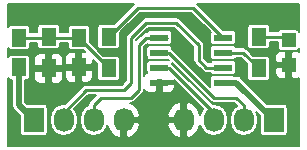
<source format=gbr>
G04 #@! TF.FileFunction,Copper,L1,Top,Signal*
%FSLAX46Y46*%
G04 Gerber Fmt 4.6, Leading zero omitted, Abs format (unit mm)*
G04 Created by KiCad (PCBNEW 4.0.0-1rc2.201511201506+6189~38~ubuntu14.04.1-stable) date wo 25 nov 2015 23:52:55 CET*
%MOMM*%
G01*
G04 APERTURE LIST*
%ADD10C,0.100000*%
%ADD11R,1.550000X0.600000*%
%ADD12R,1.198880X1.198880*%
%ADD13R,1.727200X2.032000*%
%ADD14O,1.727200X2.032000*%
%ADD15R,1.250000X1.500000*%
%ADD16R,1.300000X1.500000*%
%ADD17C,0.508000*%
%ADD18C,0.254000*%
%ADD19C,0.127000*%
G04 APERTURE END LIST*
D10*
D11*
X252255000Y-131445000D03*
X252255000Y-130175000D03*
X252255000Y-128905000D03*
X252255000Y-127635000D03*
X246855000Y-127635000D03*
X246855000Y-128905000D03*
X246855000Y-130175000D03*
X246855000Y-131445000D03*
D12*
X257810000Y-129954020D03*
X257810000Y-127855980D03*
D13*
X256540000Y-134620000D03*
D14*
X254000000Y-134620000D03*
X251460000Y-134620000D03*
X248920000Y-134620000D03*
D13*
X236220000Y-134620000D03*
D14*
X238760000Y-134620000D03*
X241300000Y-134620000D03*
X243840000Y-134620000D03*
D15*
X234950000Y-130155000D03*
X234950000Y-127655000D03*
X240030000Y-130155000D03*
X240030000Y-127655000D03*
D16*
X242570000Y-130255000D03*
X242570000Y-127555000D03*
X255270000Y-127555000D03*
X255270000Y-130255000D03*
X237490000Y-130255000D03*
X237490000Y-127555000D03*
D17*
X234950000Y-130155000D02*
X234950000Y-133350000D01*
X234950000Y-133350000D02*
X236220000Y-134620000D01*
D18*
X240030000Y-127655000D02*
X237590000Y-127655000D01*
X237590000Y-127655000D02*
X237490000Y-127555000D01*
X234950000Y-127655000D02*
X237390000Y-127655000D01*
X237390000Y-127655000D02*
X237490000Y-127555000D01*
X240030000Y-127655000D02*
X240030000Y-127715000D01*
X240030000Y-127715000D02*
X242570000Y-130255000D01*
D17*
X256540000Y-134620000D02*
X253365000Y-131445000D01*
X253365000Y-131445000D02*
X252255000Y-131445000D01*
X256540000Y-133985000D02*
X256540000Y-134620000D01*
D18*
X255270000Y-127555000D02*
X257509020Y-127555000D01*
X257509020Y-127555000D02*
X257810000Y-127855980D01*
X246855000Y-128905000D02*
X247650000Y-128905000D01*
X254000000Y-133350000D02*
X254000000Y-134620000D01*
X253365000Y-132715000D02*
X254000000Y-133350000D01*
X251460000Y-132715000D02*
X253365000Y-132715000D01*
X247650000Y-128905000D02*
X251460000Y-132715000D01*
X254000000Y-134620000D02*
X254000000Y-133985000D01*
X246855000Y-130175000D02*
X247650000Y-130175000D01*
X247650000Y-130175000D02*
X251460000Y-133985000D01*
X251460000Y-133985000D02*
X251460000Y-134620000D01*
X238760000Y-134620000D02*
X238760000Y-133985000D01*
X238760000Y-133985000D02*
X240665000Y-132080000D01*
X240665000Y-132080000D02*
X243840000Y-132080000D01*
X243840000Y-132080000D02*
X244475000Y-131445000D01*
X244475000Y-131445000D02*
X244475000Y-127635000D01*
X244475000Y-127635000D02*
X245745000Y-126365000D01*
X245745000Y-126365000D02*
X248285000Y-126365000D01*
X248285000Y-126365000D02*
X250190000Y-128270000D01*
X250190000Y-128270000D02*
X250190000Y-129540000D01*
X250190000Y-129540000D02*
X250825000Y-130175000D01*
X250825000Y-130175000D02*
X252255000Y-130175000D01*
X246855000Y-127635000D02*
X245745000Y-127635000D01*
X241300000Y-133350000D02*
X241300000Y-134620000D01*
X241935000Y-132715000D02*
X241300000Y-133350000D01*
X244475000Y-132715000D02*
X241935000Y-132715000D01*
X245110000Y-132080000D02*
X244475000Y-132715000D01*
X245110000Y-128270000D02*
X245110000Y-132080000D01*
X245745000Y-127635000D02*
X245110000Y-128270000D01*
X247490000Y-127635000D02*
X246380000Y-127635000D01*
X242570000Y-127555000D02*
X245030000Y-125095000D01*
X249715000Y-125095000D02*
X252255000Y-127635000D01*
X245030000Y-125095000D02*
X249715000Y-125095000D01*
X255270000Y-130255000D02*
X253920000Y-128905000D01*
X253920000Y-128905000D02*
X252255000Y-128905000D01*
D19*
G36*
X243015102Y-126481280D02*
X241920000Y-126481280D01*
X241802342Y-126503419D01*
X241694279Y-126572955D01*
X241621785Y-126679055D01*
X241596280Y-126805000D01*
X241596280Y-128305000D01*
X241618419Y-128422658D01*
X241687955Y-128530721D01*
X241794055Y-128603215D01*
X241920000Y-128628720D01*
X243220000Y-128628720D01*
X243337658Y-128606581D01*
X243445721Y-128537045D01*
X243518215Y-128430945D01*
X243543720Y-128305000D01*
X243543720Y-127209898D01*
X245214118Y-125539500D01*
X249530882Y-125539500D01*
X251189356Y-127197974D01*
X251181785Y-127209055D01*
X251156280Y-127335000D01*
X251156280Y-127935000D01*
X251178419Y-128052658D01*
X251247955Y-128160721D01*
X251354055Y-128233215D01*
X251480000Y-128258720D01*
X253030000Y-128258720D01*
X253147658Y-128236581D01*
X253255721Y-128167045D01*
X253328215Y-128060945D01*
X253353720Y-127935000D01*
X253353720Y-127335000D01*
X253331581Y-127217342D01*
X253262045Y-127109279D01*
X253155945Y-127036785D01*
X253030000Y-127011280D01*
X252259898Y-127011280D01*
X250076118Y-124827500D01*
X258712500Y-124827500D01*
X258712500Y-127146742D01*
X258711021Y-127138882D01*
X258641485Y-127030819D01*
X258535385Y-126958325D01*
X258409440Y-126932820D01*
X257210560Y-126932820D01*
X257092902Y-126954959D01*
X256984839Y-127024495D01*
X256926075Y-127110500D01*
X256243720Y-127110500D01*
X256243720Y-126805000D01*
X256221581Y-126687342D01*
X256152045Y-126579279D01*
X256045945Y-126506785D01*
X255920000Y-126481280D01*
X254620000Y-126481280D01*
X254502342Y-126503419D01*
X254394279Y-126572955D01*
X254321785Y-126679055D01*
X254296280Y-126805000D01*
X254296280Y-128305000D01*
X254318419Y-128422658D01*
X254387955Y-128530721D01*
X254494055Y-128603215D01*
X254620000Y-128628720D01*
X255920000Y-128628720D01*
X256037658Y-128606581D01*
X256145721Y-128537045D01*
X256218215Y-128430945D01*
X256243720Y-128305000D01*
X256243720Y-127999500D01*
X256886840Y-127999500D01*
X256886840Y-128455420D01*
X256908979Y-128573078D01*
X256978515Y-128681141D01*
X257084615Y-128753635D01*
X257210560Y-128779140D01*
X258409440Y-128779140D01*
X258527098Y-128757001D01*
X258635161Y-128687465D01*
X258707655Y-128581365D01*
X258712500Y-128557440D01*
X258712500Y-128861525D01*
X258523119Y-128783080D01*
X258143375Y-128783080D01*
X258000500Y-128925955D01*
X258000500Y-129763520D01*
X258020500Y-129763520D01*
X258020500Y-130144520D01*
X258000500Y-130144520D01*
X258000500Y-130982085D01*
X258143375Y-131124960D01*
X258523119Y-131124960D01*
X258712500Y-131046515D01*
X258712500Y-136792500D01*
X234047500Y-136792500D01*
X234047500Y-131060081D01*
X234092955Y-131130721D01*
X234199055Y-131203215D01*
X234325000Y-131228720D01*
X234378500Y-131228720D01*
X234378500Y-133349995D01*
X234378499Y-133350000D01*
X234405620Y-133486342D01*
X234422003Y-133568704D01*
X234485884Y-133664309D01*
X234545888Y-133754112D01*
X235032680Y-134240904D01*
X235032680Y-135636000D01*
X235054819Y-135753658D01*
X235124355Y-135861721D01*
X235230455Y-135934215D01*
X235356400Y-135959720D01*
X237083600Y-135959720D01*
X237201258Y-135937581D01*
X237309321Y-135868045D01*
X237381815Y-135761945D01*
X237407320Y-135636000D01*
X237407320Y-134441475D01*
X237578900Y-134441475D01*
X237578900Y-134798525D01*
X237668806Y-135250512D01*
X237924836Y-135633689D01*
X238308013Y-135889719D01*
X238760000Y-135979625D01*
X239211987Y-135889719D01*
X239595164Y-135633689D01*
X239851194Y-135250512D01*
X239941100Y-134798525D01*
X239941100Y-134441475D01*
X239851194Y-133989488D01*
X239664115Y-133709503D01*
X240849118Y-132524500D01*
X241496882Y-132524500D01*
X240985691Y-133035691D01*
X240889336Y-133179897D01*
X240855750Y-133348742D01*
X240848013Y-133350281D01*
X240464836Y-133606311D01*
X240208806Y-133989488D01*
X240118900Y-134441475D01*
X240118900Y-134798525D01*
X240208806Y-135250512D01*
X240464836Y-135633689D01*
X240848013Y-135889719D01*
X241300000Y-135979625D01*
X241751987Y-135889719D01*
X242135164Y-135633689D01*
X242391194Y-135250512D01*
X242433167Y-135039498D01*
X242638438Y-135553403D01*
X243028778Y-135953771D01*
X243429333Y-136147487D01*
X243649500Y-136050506D01*
X243649500Y-134810500D01*
X244030500Y-134810500D01*
X244030500Y-136050506D01*
X244250667Y-136147487D01*
X244651222Y-135953771D01*
X245041562Y-135553403D01*
X245248975Y-135034135D01*
X247511025Y-135034135D01*
X247718438Y-135553403D01*
X248108778Y-135953771D01*
X248509333Y-136147487D01*
X248729500Y-136050506D01*
X248729500Y-134810500D01*
X247630303Y-134810500D01*
X247511025Y-135034135D01*
X245248975Y-135034135D01*
X245129697Y-134810500D01*
X244030500Y-134810500D01*
X243649500Y-134810500D01*
X243629500Y-134810500D01*
X243629500Y-134429500D01*
X243649500Y-134429500D01*
X243649500Y-134409500D01*
X244030500Y-134409500D01*
X244030500Y-134429500D01*
X245129697Y-134429500D01*
X245248975Y-134205865D01*
X247511025Y-134205865D01*
X247630303Y-134429500D01*
X248729500Y-134429500D01*
X248729500Y-133189494D01*
X248509333Y-133092513D01*
X248108778Y-133286229D01*
X247718438Y-133686597D01*
X247511025Y-134205865D01*
X245248975Y-134205865D01*
X245041562Y-133686597D01*
X244651222Y-133286229D01*
X244389179Y-133159500D01*
X244475000Y-133159500D01*
X244645103Y-133125664D01*
X244789309Y-133029309D01*
X245424309Y-132394309D01*
X245520665Y-132250102D01*
X245554500Y-132080000D01*
X245554500Y-131969732D01*
X245595506Y-132068729D01*
X245756272Y-132229494D01*
X245966322Y-132316500D01*
X246521625Y-132316500D01*
X246664500Y-132173625D01*
X246664500Y-131595000D01*
X247045500Y-131595000D01*
X247045500Y-132173625D01*
X247188375Y-132316500D01*
X247743678Y-132316500D01*
X247953728Y-132229494D01*
X248114494Y-132068729D01*
X248201500Y-131858679D01*
X248201500Y-131737875D01*
X248058625Y-131595000D01*
X247045500Y-131595000D01*
X246664500Y-131595000D01*
X246644500Y-131595000D01*
X246644500Y-131295000D01*
X246664500Y-131295000D01*
X246664500Y-131234500D01*
X247045500Y-131234500D01*
X247045500Y-131295000D01*
X248058625Y-131295000D01*
X248100004Y-131253622D01*
X250555885Y-133709503D01*
X250368806Y-133989488D01*
X250326833Y-134200502D01*
X250121562Y-133686597D01*
X249731222Y-133286229D01*
X249330667Y-133092513D01*
X249110500Y-133189494D01*
X249110500Y-134429500D01*
X249130500Y-134429500D01*
X249130500Y-134810500D01*
X249110500Y-134810500D01*
X249110500Y-136050506D01*
X249330667Y-136147487D01*
X249731222Y-135953771D01*
X250121562Y-135553403D01*
X250326833Y-135039498D01*
X250368806Y-135250512D01*
X250624836Y-135633689D01*
X251008013Y-135889719D01*
X251460000Y-135979625D01*
X251911987Y-135889719D01*
X252295164Y-135633689D01*
X252551194Y-135250512D01*
X252641100Y-134798525D01*
X252641100Y-134441475D01*
X252551194Y-133989488D01*
X252295164Y-133606311D01*
X251911987Y-133350281D01*
X251460000Y-133260375D01*
X251379922Y-133276304D01*
X247964309Y-129860691D01*
X247949118Y-129850541D01*
X247944991Y-129828609D01*
X251145691Y-133029309D01*
X251289898Y-133125665D01*
X251460000Y-133159500D01*
X253180882Y-133159500D01*
X253442299Y-133420917D01*
X253164836Y-133606311D01*
X252908806Y-133989488D01*
X252818900Y-134441475D01*
X252818900Y-134798525D01*
X252908806Y-135250512D01*
X253164836Y-135633689D01*
X253548013Y-135889719D01*
X254000000Y-135979625D01*
X254451987Y-135889719D01*
X254835164Y-135633689D01*
X255091194Y-135250512D01*
X255181100Y-134798525D01*
X255181100Y-134441475D01*
X255091194Y-133989488D01*
X255070915Y-133959139D01*
X255352680Y-134240903D01*
X255352680Y-135636000D01*
X255374819Y-135753658D01*
X255444355Y-135861721D01*
X255550455Y-135934215D01*
X255676400Y-135959720D01*
X257403600Y-135959720D01*
X257521258Y-135937581D01*
X257629321Y-135868045D01*
X257701815Y-135761945D01*
X257727320Y-135636000D01*
X257727320Y-133604000D01*
X257705181Y-133486342D01*
X257635645Y-133378279D01*
X257529545Y-133305785D01*
X257403600Y-133280280D01*
X256008503Y-133280280D01*
X253769112Y-131040888D01*
X253735872Y-131018678D01*
X253583704Y-130917003D01*
X253547418Y-130909785D01*
X253365000Y-130873499D01*
X253364995Y-130873500D01*
X253195044Y-130873500D01*
X253155945Y-130846785D01*
X253030000Y-130821280D01*
X251480000Y-130821280D01*
X251362342Y-130843419D01*
X251254279Y-130912955D01*
X251181785Y-131019055D01*
X251156280Y-131145000D01*
X251156280Y-131745000D01*
X251165009Y-131791391D01*
X247964309Y-128590691D01*
X247949118Y-128580541D01*
X247931581Y-128487342D01*
X247862045Y-128379279D01*
X247755945Y-128306785D01*
X247630000Y-128281280D01*
X246080000Y-128281280D01*
X245962342Y-128303419D01*
X245854279Y-128372955D01*
X245781785Y-128479055D01*
X245756280Y-128605000D01*
X245756280Y-129205000D01*
X245778419Y-129322658D01*
X245847955Y-129430721D01*
X245954055Y-129503215D01*
X246080000Y-129528720D01*
X247630000Y-129528720D01*
X247642710Y-129526328D01*
X247677226Y-129560844D01*
X247630000Y-129551280D01*
X246080000Y-129551280D01*
X245962342Y-129573419D01*
X245854279Y-129642955D01*
X245781785Y-129749055D01*
X245756280Y-129875000D01*
X245756280Y-130475000D01*
X245778419Y-130592658D01*
X245808229Y-130638985D01*
X245756272Y-130660506D01*
X245595506Y-130821271D01*
X245554500Y-130920268D01*
X245554500Y-128454118D01*
X245847932Y-128160686D01*
X245847955Y-128160721D01*
X245954055Y-128233215D01*
X246080000Y-128258720D01*
X247630000Y-128258720D01*
X247747658Y-128236581D01*
X247855721Y-128167045D01*
X247928215Y-128060945D01*
X247953720Y-127935000D01*
X247953720Y-127335000D01*
X247931581Y-127217342D01*
X247862045Y-127109279D01*
X247755945Y-127036785D01*
X247630000Y-127011280D01*
X246080000Y-127011280D01*
X245962342Y-127033419D01*
X245854279Y-127102955D01*
X245794463Y-127190500D01*
X245745000Y-127190500D01*
X245574898Y-127224335D01*
X245430691Y-127320691D01*
X244919500Y-127831882D01*
X244919500Y-127819118D01*
X245929118Y-126809500D01*
X248100882Y-126809500D01*
X249745500Y-128454118D01*
X249745500Y-129540000D01*
X249779336Y-129710103D01*
X249853852Y-129821625D01*
X249875691Y-129854309D01*
X250510691Y-130489309D01*
X250654898Y-130585665D01*
X250825000Y-130619500D01*
X251195691Y-130619500D01*
X251247955Y-130700721D01*
X251354055Y-130773215D01*
X251480000Y-130798720D01*
X253030000Y-130798720D01*
X253147658Y-130776581D01*
X253255721Y-130707045D01*
X253328215Y-130600945D01*
X253353720Y-130475000D01*
X253353720Y-129875000D01*
X253331581Y-129757342D01*
X253262045Y-129649279D01*
X253155945Y-129576785D01*
X253030000Y-129551280D01*
X251480000Y-129551280D01*
X251362342Y-129573419D01*
X251254279Y-129642955D01*
X251194463Y-129730500D01*
X251009118Y-129730500D01*
X250634500Y-129355882D01*
X250634500Y-128605000D01*
X251156280Y-128605000D01*
X251156280Y-129205000D01*
X251178419Y-129322658D01*
X251247955Y-129430721D01*
X251354055Y-129503215D01*
X251480000Y-129528720D01*
X253030000Y-129528720D01*
X253147658Y-129506581D01*
X253255721Y-129437045D01*
X253315537Y-129349500D01*
X253735882Y-129349500D01*
X254296280Y-129909898D01*
X254296280Y-131005000D01*
X254318419Y-131122658D01*
X254387955Y-131230721D01*
X254494055Y-131303215D01*
X254620000Y-131328720D01*
X255920000Y-131328720D01*
X256037658Y-131306581D01*
X256145721Y-131237045D01*
X256218215Y-131130945D01*
X256243720Y-131005000D01*
X256243720Y-130287395D01*
X256639060Y-130287395D01*
X256639060Y-130667138D01*
X256726066Y-130877188D01*
X256886831Y-131037954D01*
X257096881Y-131124960D01*
X257476625Y-131124960D01*
X257619500Y-130982085D01*
X257619500Y-130144520D01*
X256781935Y-130144520D01*
X256639060Y-130287395D01*
X256243720Y-130287395D01*
X256243720Y-129505000D01*
X256221581Y-129387342D01*
X256152045Y-129279279D01*
X256095878Y-129240902D01*
X256639060Y-129240902D01*
X256639060Y-129620645D01*
X256781935Y-129763520D01*
X257619500Y-129763520D01*
X257619500Y-128925955D01*
X257476625Y-128783080D01*
X257096881Y-128783080D01*
X256886831Y-128870086D01*
X256726066Y-129030852D01*
X256639060Y-129240902D01*
X256095878Y-129240902D01*
X256045945Y-129206785D01*
X255920000Y-129181280D01*
X254824898Y-129181280D01*
X254234309Y-128590691D01*
X254207949Y-128573078D01*
X254090103Y-128494336D01*
X253920000Y-128460500D01*
X253314309Y-128460500D01*
X253262045Y-128379279D01*
X253155945Y-128306785D01*
X253030000Y-128281280D01*
X251480000Y-128281280D01*
X251362342Y-128303419D01*
X251254279Y-128372955D01*
X251181785Y-128479055D01*
X251156280Y-128605000D01*
X250634500Y-128605000D01*
X250634500Y-128270000D01*
X250600664Y-128099897D01*
X250504309Y-127955691D01*
X248599309Y-126050691D01*
X248455103Y-125954336D01*
X248285000Y-125920500D01*
X245745000Y-125920500D01*
X245574897Y-125954336D01*
X245430691Y-126050691D01*
X244160691Y-127320691D01*
X244064336Y-127464897D01*
X244030500Y-127635000D01*
X244030500Y-131260882D01*
X243655882Y-131635500D01*
X240665000Y-131635500D01*
X240494897Y-131669336D01*
X240360242Y-131759309D01*
X240350691Y-131765691D01*
X238840078Y-133276304D01*
X238760000Y-133260375D01*
X238308013Y-133350281D01*
X237924836Y-133606311D01*
X237668806Y-133989488D01*
X237578900Y-134441475D01*
X237407320Y-134441475D01*
X237407320Y-133604000D01*
X237385181Y-133486342D01*
X237315645Y-133378279D01*
X237209545Y-133305785D01*
X237083600Y-133280280D01*
X235688504Y-133280280D01*
X235521500Y-133113276D01*
X235521500Y-131228720D01*
X235575000Y-131228720D01*
X235692658Y-131206581D01*
X235800721Y-131137045D01*
X235873215Y-131030945D01*
X235898720Y-130905000D01*
X235898720Y-130588375D01*
X236268500Y-130588375D01*
X236268500Y-131118678D01*
X236355506Y-131328728D01*
X236516271Y-131489494D01*
X236726321Y-131576500D01*
X237156625Y-131576500D01*
X237299500Y-131433625D01*
X237299500Y-130445500D01*
X237680500Y-130445500D01*
X237680500Y-131433625D01*
X237823375Y-131576500D01*
X238253679Y-131576500D01*
X238463729Y-131489494D01*
X238624494Y-131328728D01*
X238711500Y-131118678D01*
X238711500Y-130588375D01*
X238611500Y-130488375D01*
X238833500Y-130488375D01*
X238833500Y-131018678D01*
X238920506Y-131228728D01*
X239081271Y-131389494D01*
X239291321Y-131476500D01*
X239696625Y-131476500D01*
X239839500Y-131333625D01*
X239839500Y-130345500D01*
X240220500Y-130345500D01*
X240220500Y-131333625D01*
X240363375Y-131476500D01*
X240768679Y-131476500D01*
X240978729Y-131389494D01*
X241139494Y-131228728D01*
X241226500Y-131018678D01*
X241226500Y-130488375D01*
X241083625Y-130345500D01*
X240220500Y-130345500D01*
X239839500Y-130345500D01*
X238976375Y-130345500D01*
X238833500Y-130488375D01*
X238611500Y-130488375D01*
X238568625Y-130445500D01*
X237680500Y-130445500D01*
X237299500Y-130445500D01*
X236411375Y-130445500D01*
X236268500Y-130588375D01*
X235898720Y-130588375D01*
X235898720Y-129405000D01*
X235896147Y-129391322D01*
X236268500Y-129391322D01*
X236268500Y-129921625D01*
X236411375Y-130064500D01*
X237299500Y-130064500D01*
X237299500Y-129076375D01*
X237680500Y-129076375D01*
X237680500Y-130064500D01*
X238568625Y-130064500D01*
X238711500Y-129921625D01*
X238711500Y-129391322D01*
X238670079Y-129291322D01*
X238833500Y-129291322D01*
X238833500Y-129821625D01*
X238976375Y-129964500D01*
X239839500Y-129964500D01*
X239839500Y-128976375D01*
X239696625Y-128833500D01*
X239291321Y-128833500D01*
X239081271Y-128920506D01*
X238920506Y-129081272D01*
X238833500Y-129291322D01*
X238670079Y-129291322D01*
X238624494Y-129181272D01*
X238463729Y-129020506D01*
X238253679Y-128933500D01*
X237823375Y-128933500D01*
X237680500Y-129076375D01*
X237299500Y-129076375D01*
X237156625Y-128933500D01*
X236726321Y-128933500D01*
X236516271Y-129020506D01*
X236355506Y-129181272D01*
X236268500Y-129391322D01*
X235896147Y-129391322D01*
X235876581Y-129287342D01*
X235807045Y-129179279D01*
X235700945Y-129106785D01*
X235575000Y-129081280D01*
X234325000Y-129081280D01*
X234207342Y-129103419D01*
X234099279Y-129172955D01*
X234047500Y-129248737D01*
X234047500Y-128560081D01*
X234092955Y-128630721D01*
X234199055Y-128703215D01*
X234325000Y-128728720D01*
X235575000Y-128728720D01*
X235692658Y-128706581D01*
X235800721Y-128637045D01*
X235873215Y-128530945D01*
X235898720Y-128405000D01*
X235898720Y-128099500D01*
X236516280Y-128099500D01*
X236516280Y-128305000D01*
X236538419Y-128422658D01*
X236607955Y-128530721D01*
X236714055Y-128603215D01*
X236840000Y-128628720D01*
X238140000Y-128628720D01*
X238257658Y-128606581D01*
X238365721Y-128537045D01*
X238438215Y-128430945D01*
X238463720Y-128305000D01*
X238463720Y-128099500D01*
X239081280Y-128099500D01*
X239081280Y-128405000D01*
X239103419Y-128522658D01*
X239172955Y-128630721D01*
X239279055Y-128703215D01*
X239405000Y-128728720D01*
X240415102Y-128728720D01*
X240519882Y-128833500D01*
X240363375Y-128833500D01*
X240220500Y-128976375D01*
X240220500Y-129964500D01*
X241083625Y-129964500D01*
X241226500Y-129821625D01*
X241226500Y-129540118D01*
X241596280Y-129909898D01*
X241596280Y-131005000D01*
X241618419Y-131122658D01*
X241687955Y-131230721D01*
X241794055Y-131303215D01*
X241920000Y-131328720D01*
X243220000Y-131328720D01*
X243337658Y-131306581D01*
X243445721Y-131237045D01*
X243518215Y-131130945D01*
X243543720Y-131005000D01*
X243543720Y-129505000D01*
X243521581Y-129387342D01*
X243452045Y-129279279D01*
X243345945Y-129206785D01*
X243220000Y-129181280D01*
X242124898Y-129181280D01*
X240978720Y-128035102D01*
X240978720Y-126905000D01*
X240956581Y-126787342D01*
X240887045Y-126679279D01*
X240780945Y-126606785D01*
X240655000Y-126581280D01*
X239405000Y-126581280D01*
X239287342Y-126603419D01*
X239179279Y-126672955D01*
X239106785Y-126779055D01*
X239081280Y-126905000D01*
X239081280Y-127210500D01*
X238463720Y-127210500D01*
X238463720Y-126805000D01*
X238441581Y-126687342D01*
X238372045Y-126579279D01*
X238265945Y-126506785D01*
X238140000Y-126481280D01*
X236840000Y-126481280D01*
X236722342Y-126503419D01*
X236614279Y-126572955D01*
X236541785Y-126679055D01*
X236516280Y-126805000D01*
X236516280Y-127210500D01*
X235898720Y-127210500D01*
X235898720Y-126905000D01*
X235876581Y-126787342D01*
X235807045Y-126679279D01*
X235700945Y-126606785D01*
X235575000Y-126581280D01*
X234325000Y-126581280D01*
X234207342Y-126603419D01*
X234099279Y-126672955D01*
X234047500Y-126748737D01*
X234047500Y-124827500D01*
X244668882Y-124827500D01*
X243015102Y-126481280D01*
X243015102Y-126481280D01*
G37*
X243015102Y-126481280D02*
X241920000Y-126481280D01*
X241802342Y-126503419D01*
X241694279Y-126572955D01*
X241621785Y-126679055D01*
X241596280Y-126805000D01*
X241596280Y-128305000D01*
X241618419Y-128422658D01*
X241687955Y-128530721D01*
X241794055Y-128603215D01*
X241920000Y-128628720D01*
X243220000Y-128628720D01*
X243337658Y-128606581D01*
X243445721Y-128537045D01*
X243518215Y-128430945D01*
X243543720Y-128305000D01*
X243543720Y-127209898D01*
X245214118Y-125539500D01*
X249530882Y-125539500D01*
X251189356Y-127197974D01*
X251181785Y-127209055D01*
X251156280Y-127335000D01*
X251156280Y-127935000D01*
X251178419Y-128052658D01*
X251247955Y-128160721D01*
X251354055Y-128233215D01*
X251480000Y-128258720D01*
X253030000Y-128258720D01*
X253147658Y-128236581D01*
X253255721Y-128167045D01*
X253328215Y-128060945D01*
X253353720Y-127935000D01*
X253353720Y-127335000D01*
X253331581Y-127217342D01*
X253262045Y-127109279D01*
X253155945Y-127036785D01*
X253030000Y-127011280D01*
X252259898Y-127011280D01*
X250076118Y-124827500D01*
X258712500Y-124827500D01*
X258712500Y-127146742D01*
X258711021Y-127138882D01*
X258641485Y-127030819D01*
X258535385Y-126958325D01*
X258409440Y-126932820D01*
X257210560Y-126932820D01*
X257092902Y-126954959D01*
X256984839Y-127024495D01*
X256926075Y-127110500D01*
X256243720Y-127110500D01*
X256243720Y-126805000D01*
X256221581Y-126687342D01*
X256152045Y-126579279D01*
X256045945Y-126506785D01*
X255920000Y-126481280D01*
X254620000Y-126481280D01*
X254502342Y-126503419D01*
X254394279Y-126572955D01*
X254321785Y-126679055D01*
X254296280Y-126805000D01*
X254296280Y-128305000D01*
X254318419Y-128422658D01*
X254387955Y-128530721D01*
X254494055Y-128603215D01*
X254620000Y-128628720D01*
X255920000Y-128628720D01*
X256037658Y-128606581D01*
X256145721Y-128537045D01*
X256218215Y-128430945D01*
X256243720Y-128305000D01*
X256243720Y-127999500D01*
X256886840Y-127999500D01*
X256886840Y-128455420D01*
X256908979Y-128573078D01*
X256978515Y-128681141D01*
X257084615Y-128753635D01*
X257210560Y-128779140D01*
X258409440Y-128779140D01*
X258527098Y-128757001D01*
X258635161Y-128687465D01*
X258707655Y-128581365D01*
X258712500Y-128557440D01*
X258712500Y-128861525D01*
X258523119Y-128783080D01*
X258143375Y-128783080D01*
X258000500Y-128925955D01*
X258000500Y-129763520D01*
X258020500Y-129763520D01*
X258020500Y-130144520D01*
X258000500Y-130144520D01*
X258000500Y-130982085D01*
X258143375Y-131124960D01*
X258523119Y-131124960D01*
X258712500Y-131046515D01*
X258712500Y-136792500D01*
X234047500Y-136792500D01*
X234047500Y-131060081D01*
X234092955Y-131130721D01*
X234199055Y-131203215D01*
X234325000Y-131228720D01*
X234378500Y-131228720D01*
X234378500Y-133349995D01*
X234378499Y-133350000D01*
X234405620Y-133486342D01*
X234422003Y-133568704D01*
X234485884Y-133664309D01*
X234545888Y-133754112D01*
X235032680Y-134240904D01*
X235032680Y-135636000D01*
X235054819Y-135753658D01*
X235124355Y-135861721D01*
X235230455Y-135934215D01*
X235356400Y-135959720D01*
X237083600Y-135959720D01*
X237201258Y-135937581D01*
X237309321Y-135868045D01*
X237381815Y-135761945D01*
X237407320Y-135636000D01*
X237407320Y-134441475D01*
X237578900Y-134441475D01*
X237578900Y-134798525D01*
X237668806Y-135250512D01*
X237924836Y-135633689D01*
X238308013Y-135889719D01*
X238760000Y-135979625D01*
X239211987Y-135889719D01*
X239595164Y-135633689D01*
X239851194Y-135250512D01*
X239941100Y-134798525D01*
X239941100Y-134441475D01*
X239851194Y-133989488D01*
X239664115Y-133709503D01*
X240849118Y-132524500D01*
X241496882Y-132524500D01*
X240985691Y-133035691D01*
X240889336Y-133179897D01*
X240855750Y-133348742D01*
X240848013Y-133350281D01*
X240464836Y-133606311D01*
X240208806Y-133989488D01*
X240118900Y-134441475D01*
X240118900Y-134798525D01*
X240208806Y-135250512D01*
X240464836Y-135633689D01*
X240848013Y-135889719D01*
X241300000Y-135979625D01*
X241751987Y-135889719D01*
X242135164Y-135633689D01*
X242391194Y-135250512D01*
X242433167Y-135039498D01*
X242638438Y-135553403D01*
X243028778Y-135953771D01*
X243429333Y-136147487D01*
X243649500Y-136050506D01*
X243649500Y-134810500D01*
X244030500Y-134810500D01*
X244030500Y-136050506D01*
X244250667Y-136147487D01*
X244651222Y-135953771D01*
X245041562Y-135553403D01*
X245248975Y-135034135D01*
X247511025Y-135034135D01*
X247718438Y-135553403D01*
X248108778Y-135953771D01*
X248509333Y-136147487D01*
X248729500Y-136050506D01*
X248729500Y-134810500D01*
X247630303Y-134810500D01*
X247511025Y-135034135D01*
X245248975Y-135034135D01*
X245129697Y-134810500D01*
X244030500Y-134810500D01*
X243649500Y-134810500D01*
X243629500Y-134810500D01*
X243629500Y-134429500D01*
X243649500Y-134429500D01*
X243649500Y-134409500D01*
X244030500Y-134409500D01*
X244030500Y-134429500D01*
X245129697Y-134429500D01*
X245248975Y-134205865D01*
X247511025Y-134205865D01*
X247630303Y-134429500D01*
X248729500Y-134429500D01*
X248729500Y-133189494D01*
X248509333Y-133092513D01*
X248108778Y-133286229D01*
X247718438Y-133686597D01*
X247511025Y-134205865D01*
X245248975Y-134205865D01*
X245041562Y-133686597D01*
X244651222Y-133286229D01*
X244389179Y-133159500D01*
X244475000Y-133159500D01*
X244645103Y-133125664D01*
X244789309Y-133029309D01*
X245424309Y-132394309D01*
X245520665Y-132250102D01*
X245554500Y-132080000D01*
X245554500Y-131969732D01*
X245595506Y-132068729D01*
X245756272Y-132229494D01*
X245966322Y-132316500D01*
X246521625Y-132316500D01*
X246664500Y-132173625D01*
X246664500Y-131595000D01*
X247045500Y-131595000D01*
X247045500Y-132173625D01*
X247188375Y-132316500D01*
X247743678Y-132316500D01*
X247953728Y-132229494D01*
X248114494Y-132068729D01*
X248201500Y-131858679D01*
X248201500Y-131737875D01*
X248058625Y-131595000D01*
X247045500Y-131595000D01*
X246664500Y-131595000D01*
X246644500Y-131595000D01*
X246644500Y-131295000D01*
X246664500Y-131295000D01*
X246664500Y-131234500D01*
X247045500Y-131234500D01*
X247045500Y-131295000D01*
X248058625Y-131295000D01*
X248100004Y-131253622D01*
X250555885Y-133709503D01*
X250368806Y-133989488D01*
X250326833Y-134200502D01*
X250121562Y-133686597D01*
X249731222Y-133286229D01*
X249330667Y-133092513D01*
X249110500Y-133189494D01*
X249110500Y-134429500D01*
X249130500Y-134429500D01*
X249130500Y-134810500D01*
X249110500Y-134810500D01*
X249110500Y-136050506D01*
X249330667Y-136147487D01*
X249731222Y-135953771D01*
X250121562Y-135553403D01*
X250326833Y-135039498D01*
X250368806Y-135250512D01*
X250624836Y-135633689D01*
X251008013Y-135889719D01*
X251460000Y-135979625D01*
X251911987Y-135889719D01*
X252295164Y-135633689D01*
X252551194Y-135250512D01*
X252641100Y-134798525D01*
X252641100Y-134441475D01*
X252551194Y-133989488D01*
X252295164Y-133606311D01*
X251911987Y-133350281D01*
X251460000Y-133260375D01*
X251379922Y-133276304D01*
X247964309Y-129860691D01*
X247949118Y-129850541D01*
X247944991Y-129828609D01*
X251145691Y-133029309D01*
X251289898Y-133125665D01*
X251460000Y-133159500D01*
X253180882Y-133159500D01*
X253442299Y-133420917D01*
X253164836Y-133606311D01*
X252908806Y-133989488D01*
X252818900Y-134441475D01*
X252818900Y-134798525D01*
X252908806Y-135250512D01*
X253164836Y-135633689D01*
X253548013Y-135889719D01*
X254000000Y-135979625D01*
X254451987Y-135889719D01*
X254835164Y-135633689D01*
X255091194Y-135250512D01*
X255181100Y-134798525D01*
X255181100Y-134441475D01*
X255091194Y-133989488D01*
X255070915Y-133959139D01*
X255352680Y-134240903D01*
X255352680Y-135636000D01*
X255374819Y-135753658D01*
X255444355Y-135861721D01*
X255550455Y-135934215D01*
X255676400Y-135959720D01*
X257403600Y-135959720D01*
X257521258Y-135937581D01*
X257629321Y-135868045D01*
X257701815Y-135761945D01*
X257727320Y-135636000D01*
X257727320Y-133604000D01*
X257705181Y-133486342D01*
X257635645Y-133378279D01*
X257529545Y-133305785D01*
X257403600Y-133280280D01*
X256008503Y-133280280D01*
X253769112Y-131040888D01*
X253735872Y-131018678D01*
X253583704Y-130917003D01*
X253547418Y-130909785D01*
X253365000Y-130873499D01*
X253364995Y-130873500D01*
X253195044Y-130873500D01*
X253155945Y-130846785D01*
X253030000Y-130821280D01*
X251480000Y-130821280D01*
X251362342Y-130843419D01*
X251254279Y-130912955D01*
X251181785Y-131019055D01*
X251156280Y-131145000D01*
X251156280Y-131745000D01*
X251165009Y-131791391D01*
X247964309Y-128590691D01*
X247949118Y-128580541D01*
X247931581Y-128487342D01*
X247862045Y-128379279D01*
X247755945Y-128306785D01*
X247630000Y-128281280D01*
X246080000Y-128281280D01*
X245962342Y-128303419D01*
X245854279Y-128372955D01*
X245781785Y-128479055D01*
X245756280Y-128605000D01*
X245756280Y-129205000D01*
X245778419Y-129322658D01*
X245847955Y-129430721D01*
X245954055Y-129503215D01*
X246080000Y-129528720D01*
X247630000Y-129528720D01*
X247642710Y-129526328D01*
X247677226Y-129560844D01*
X247630000Y-129551280D01*
X246080000Y-129551280D01*
X245962342Y-129573419D01*
X245854279Y-129642955D01*
X245781785Y-129749055D01*
X245756280Y-129875000D01*
X245756280Y-130475000D01*
X245778419Y-130592658D01*
X245808229Y-130638985D01*
X245756272Y-130660506D01*
X245595506Y-130821271D01*
X245554500Y-130920268D01*
X245554500Y-128454118D01*
X245847932Y-128160686D01*
X245847955Y-128160721D01*
X245954055Y-128233215D01*
X246080000Y-128258720D01*
X247630000Y-128258720D01*
X247747658Y-128236581D01*
X247855721Y-128167045D01*
X247928215Y-128060945D01*
X247953720Y-127935000D01*
X247953720Y-127335000D01*
X247931581Y-127217342D01*
X247862045Y-127109279D01*
X247755945Y-127036785D01*
X247630000Y-127011280D01*
X246080000Y-127011280D01*
X245962342Y-127033419D01*
X245854279Y-127102955D01*
X245794463Y-127190500D01*
X245745000Y-127190500D01*
X245574898Y-127224335D01*
X245430691Y-127320691D01*
X244919500Y-127831882D01*
X244919500Y-127819118D01*
X245929118Y-126809500D01*
X248100882Y-126809500D01*
X249745500Y-128454118D01*
X249745500Y-129540000D01*
X249779336Y-129710103D01*
X249853852Y-129821625D01*
X249875691Y-129854309D01*
X250510691Y-130489309D01*
X250654898Y-130585665D01*
X250825000Y-130619500D01*
X251195691Y-130619500D01*
X251247955Y-130700721D01*
X251354055Y-130773215D01*
X251480000Y-130798720D01*
X253030000Y-130798720D01*
X253147658Y-130776581D01*
X253255721Y-130707045D01*
X253328215Y-130600945D01*
X253353720Y-130475000D01*
X253353720Y-129875000D01*
X253331581Y-129757342D01*
X253262045Y-129649279D01*
X253155945Y-129576785D01*
X253030000Y-129551280D01*
X251480000Y-129551280D01*
X251362342Y-129573419D01*
X251254279Y-129642955D01*
X251194463Y-129730500D01*
X251009118Y-129730500D01*
X250634500Y-129355882D01*
X250634500Y-128605000D01*
X251156280Y-128605000D01*
X251156280Y-129205000D01*
X251178419Y-129322658D01*
X251247955Y-129430721D01*
X251354055Y-129503215D01*
X251480000Y-129528720D01*
X253030000Y-129528720D01*
X253147658Y-129506581D01*
X253255721Y-129437045D01*
X253315537Y-129349500D01*
X253735882Y-129349500D01*
X254296280Y-129909898D01*
X254296280Y-131005000D01*
X254318419Y-131122658D01*
X254387955Y-131230721D01*
X254494055Y-131303215D01*
X254620000Y-131328720D01*
X255920000Y-131328720D01*
X256037658Y-131306581D01*
X256145721Y-131237045D01*
X256218215Y-131130945D01*
X256243720Y-131005000D01*
X256243720Y-130287395D01*
X256639060Y-130287395D01*
X256639060Y-130667138D01*
X256726066Y-130877188D01*
X256886831Y-131037954D01*
X257096881Y-131124960D01*
X257476625Y-131124960D01*
X257619500Y-130982085D01*
X257619500Y-130144520D01*
X256781935Y-130144520D01*
X256639060Y-130287395D01*
X256243720Y-130287395D01*
X256243720Y-129505000D01*
X256221581Y-129387342D01*
X256152045Y-129279279D01*
X256095878Y-129240902D01*
X256639060Y-129240902D01*
X256639060Y-129620645D01*
X256781935Y-129763520D01*
X257619500Y-129763520D01*
X257619500Y-128925955D01*
X257476625Y-128783080D01*
X257096881Y-128783080D01*
X256886831Y-128870086D01*
X256726066Y-129030852D01*
X256639060Y-129240902D01*
X256095878Y-129240902D01*
X256045945Y-129206785D01*
X255920000Y-129181280D01*
X254824898Y-129181280D01*
X254234309Y-128590691D01*
X254207949Y-128573078D01*
X254090103Y-128494336D01*
X253920000Y-128460500D01*
X253314309Y-128460500D01*
X253262045Y-128379279D01*
X253155945Y-128306785D01*
X253030000Y-128281280D01*
X251480000Y-128281280D01*
X251362342Y-128303419D01*
X251254279Y-128372955D01*
X251181785Y-128479055D01*
X251156280Y-128605000D01*
X250634500Y-128605000D01*
X250634500Y-128270000D01*
X250600664Y-128099897D01*
X250504309Y-127955691D01*
X248599309Y-126050691D01*
X248455103Y-125954336D01*
X248285000Y-125920500D01*
X245745000Y-125920500D01*
X245574897Y-125954336D01*
X245430691Y-126050691D01*
X244160691Y-127320691D01*
X244064336Y-127464897D01*
X244030500Y-127635000D01*
X244030500Y-131260882D01*
X243655882Y-131635500D01*
X240665000Y-131635500D01*
X240494897Y-131669336D01*
X240360242Y-131759309D01*
X240350691Y-131765691D01*
X238840078Y-133276304D01*
X238760000Y-133260375D01*
X238308013Y-133350281D01*
X237924836Y-133606311D01*
X237668806Y-133989488D01*
X237578900Y-134441475D01*
X237407320Y-134441475D01*
X237407320Y-133604000D01*
X237385181Y-133486342D01*
X237315645Y-133378279D01*
X237209545Y-133305785D01*
X237083600Y-133280280D01*
X235688504Y-133280280D01*
X235521500Y-133113276D01*
X235521500Y-131228720D01*
X235575000Y-131228720D01*
X235692658Y-131206581D01*
X235800721Y-131137045D01*
X235873215Y-131030945D01*
X235898720Y-130905000D01*
X235898720Y-130588375D01*
X236268500Y-130588375D01*
X236268500Y-131118678D01*
X236355506Y-131328728D01*
X236516271Y-131489494D01*
X236726321Y-131576500D01*
X237156625Y-131576500D01*
X237299500Y-131433625D01*
X237299500Y-130445500D01*
X237680500Y-130445500D01*
X237680500Y-131433625D01*
X237823375Y-131576500D01*
X238253679Y-131576500D01*
X238463729Y-131489494D01*
X238624494Y-131328728D01*
X238711500Y-131118678D01*
X238711500Y-130588375D01*
X238611500Y-130488375D01*
X238833500Y-130488375D01*
X238833500Y-131018678D01*
X238920506Y-131228728D01*
X239081271Y-131389494D01*
X239291321Y-131476500D01*
X239696625Y-131476500D01*
X239839500Y-131333625D01*
X239839500Y-130345500D01*
X240220500Y-130345500D01*
X240220500Y-131333625D01*
X240363375Y-131476500D01*
X240768679Y-131476500D01*
X240978729Y-131389494D01*
X241139494Y-131228728D01*
X241226500Y-131018678D01*
X241226500Y-130488375D01*
X241083625Y-130345500D01*
X240220500Y-130345500D01*
X239839500Y-130345500D01*
X238976375Y-130345500D01*
X238833500Y-130488375D01*
X238611500Y-130488375D01*
X238568625Y-130445500D01*
X237680500Y-130445500D01*
X237299500Y-130445500D01*
X236411375Y-130445500D01*
X236268500Y-130588375D01*
X235898720Y-130588375D01*
X235898720Y-129405000D01*
X235896147Y-129391322D01*
X236268500Y-129391322D01*
X236268500Y-129921625D01*
X236411375Y-130064500D01*
X237299500Y-130064500D01*
X237299500Y-129076375D01*
X237680500Y-129076375D01*
X237680500Y-130064500D01*
X238568625Y-130064500D01*
X238711500Y-129921625D01*
X238711500Y-129391322D01*
X238670079Y-129291322D01*
X238833500Y-129291322D01*
X238833500Y-129821625D01*
X238976375Y-129964500D01*
X239839500Y-129964500D01*
X239839500Y-128976375D01*
X239696625Y-128833500D01*
X239291321Y-128833500D01*
X239081271Y-128920506D01*
X238920506Y-129081272D01*
X238833500Y-129291322D01*
X238670079Y-129291322D01*
X238624494Y-129181272D01*
X238463729Y-129020506D01*
X238253679Y-128933500D01*
X237823375Y-128933500D01*
X237680500Y-129076375D01*
X237299500Y-129076375D01*
X237156625Y-128933500D01*
X236726321Y-128933500D01*
X236516271Y-129020506D01*
X236355506Y-129181272D01*
X236268500Y-129391322D01*
X235896147Y-129391322D01*
X235876581Y-129287342D01*
X235807045Y-129179279D01*
X235700945Y-129106785D01*
X235575000Y-129081280D01*
X234325000Y-129081280D01*
X234207342Y-129103419D01*
X234099279Y-129172955D01*
X234047500Y-129248737D01*
X234047500Y-128560081D01*
X234092955Y-128630721D01*
X234199055Y-128703215D01*
X234325000Y-128728720D01*
X235575000Y-128728720D01*
X235692658Y-128706581D01*
X235800721Y-128637045D01*
X235873215Y-128530945D01*
X235898720Y-128405000D01*
X235898720Y-128099500D01*
X236516280Y-128099500D01*
X236516280Y-128305000D01*
X236538419Y-128422658D01*
X236607955Y-128530721D01*
X236714055Y-128603215D01*
X236840000Y-128628720D01*
X238140000Y-128628720D01*
X238257658Y-128606581D01*
X238365721Y-128537045D01*
X238438215Y-128430945D01*
X238463720Y-128305000D01*
X238463720Y-128099500D01*
X239081280Y-128099500D01*
X239081280Y-128405000D01*
X239103419Y-128522658D01*
X239172955Y-128630721D01*
X239279055Y-128703215D01*
X239405000Y-128728720D01*
X240415102Y-128728720D01*
X240519882Y-128833500D01*
X240363375Y-128833500D01*
X240220500Y-128976375D01*
X240220500Y-129964500D01*
X241083625Y-129964500D01*
X241226500Y-129821625D01*
X241226500Y-129540118D01*
X241596280Y-129909898D01*
X241596280Y-131005000D01*
X241618419Y-131122658D01*
X241687955Y-131230721D01*
X241794055Y-131303215D01*
X241920000Y-131328720D01*
X243220000Y-131328720D01*
X243337658Y-131306581D01*
X243445721Y-131237045D01*
X243518215Y-131130945D01*
X243543720Y-131005000D01*
X243543720Y-129505000D01*
X243521581Y-129387342D01*
X243452045Y-129279279D01*
X243345945Y-129206785D01*
X243220000Y-129181280D01*
X242124898Y-129181280D01*
X240978720Y-128035102D01*
X240978720Y-126905000D01*
X240956581Y-126787342D01*
X240887045Y-126679279D01*
X240780945Y-126606785D01*
X240655000Y-126581280D01*
X239405000Y-126581280D01*
X239287342Y-126603419D01*
X239179279Y-126672955D01*
X239106785Y-126779055D01*
X239081280Y-126905000D01*
X239081280Y-127210500D01*
X238463720Y-127210500D01*
X238463720Y-126805000D01*
X238441581Y-126687342D01*
X238372045Y-126579279D01*
X238265945Y-126506785D01*
X238140000Y-126481280D01*
X236840000Y-126481280D01*
X236722342Y-126503419D01*
X236614279Y-126572955D01*
X236541785Y-126679055D01*
X236516280Y-126805000D01*
X236516280Y-127210500D01*
X235898720Y-127210500D01*
X235898720Y-126905000D01*
X235876581Y-126787342D01*
X235807045Y-126679279D01*
X235700945Y-126606785D01*
X235575000Y-126581280D01*
X234325000Y-126581280D01*
X234207342Y-126603419D01*
X234099279Y-126672955D01*
X234047500Y-126748737D01*
X234047500Y-124827500D01*
X244668882Y-124827500D01*
X243015102Y-126481280D01*
M02*

</source>
